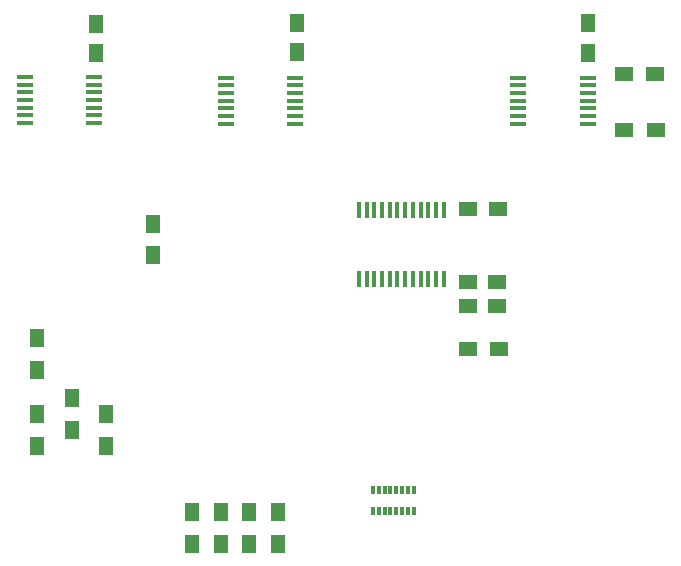
<source format=gtp>
G04 #@! TF.GenerationSoftware,KiCad,Pcbnew,(5.1.6)-1*
G04 #@! TF.CreationDate,2020-09-28T13:24:55+09:00*
G04 #@! TF.ProjectId,mt_rpiprtcap,6d745f72-7069-4707-9274-6361702e6b69,rev?*
G04 #@! TF.SameCoordinates,Original*
G04 #@! TF.FileFunction,Paste,Top*
G04 #@! TF.FilePolarity,Positive*
%FSLAX46Y46*%
G04 Gerber Fmt 4.6, Leading zero omitted, Abs format (unit mm)*
G04 Created by KiCad (PCBNEW (5.1.6)-1) date 2020-09-28 13:24:55*
%MOMM*%
%LPD*%
G01*
G04 APERTURE LIST*
%ADD10R,0.450000X1.475000*%
%ADD11R,1.500000X1.250000*%
%ADD12R,1.250000X1.500000*%
%ADD13R,1.475000X0.450000*%
%ADD14R,1.500000X1.300000*%
%ADD15R,1.300000X1.500000*%
%ADD16R,0.300000X0.800000*%
G04 APERTURE END LIST*
D10*
X215804000Y-80589900D03*
X215154000Y-80589900D03*
X214504000Y-80589900D03*
X213854000Y-80589900D03*
X213204000Y-80589900D03*
X212554000Y-80589900D03*
X211904000Y-80589900D03*
X211254000Y-80589900D03*
X210604000Y-80589900D03*
X209954000Y-80589900D03*
X209304000Y-80589900D03*
X208654000Y-80589900D03*
X208654000Y-86465900D03*
X209304000Y-86465900D03*
X209954000Y-86465900D03*
X210604000Y-86465900D03*
X211254000Y-86465900D03*
X211904000Y-86465900D03*
X212554000Y-86465900D03*
X213204000Y-86465900D03*
X213854000Y-86465900D03*
X214504000Y-86465900D03*
X215154000Y-86465900D03*
X215804000Y-86465900D03*
D11*
X220345000Y-86690200D03*
X217845000Y-86690200D03*
X217845000Y-88722200D03*
X220345000Y-88722200D03*
X217895000Y-80543400D03*
X220395000Y-80543400D03*
D12*
X203365000Y-64751900D03*
X203365000Y-67251900D03*
X228016000Y-67310000D03*
X228016000Y-64810000D03*
X186398000Y-64853500D03*
X186398000Y-67353500D03*
D13*
X197367000Y-69411300D03*
X197367000Y-70061300D03*
X197367000Y-70711300D03*
X197367000Y-71361300D03*
X197367000Y-72011300D03*
X197367000Y-72661300D03*
X197367000Y-73311300D03*
X203243000Y-73311300D03*
X203243000Y-72661300D03*
X203243000Y-72011300D03*
X203243000Y-71361300D03*
X203243000Y-70711300D03*
X203243000Y-70061300D03*
X203243000Y-69411300D03*
X228007000Y-69424000D03*
X228007000Y-70074000D03*
X228007000Y-70724000D03*
X228007000Y-71374000D03*
X228007000Y-72024000D03*
X228007000Y-72674000D03*
X228007000Y-73324000D03*
X222131000Y-73324000D03*
X222131000Y-72674000D03*
X222131000Y-72024000D03*
X222131000Y-71374000D03*
X222131000Y-70724000D03*
X222131000Y-70074000D03*
X222131000Y-69424000D03*
X180361000Y-69360500D03*
X180361000Y-70010500D03*
X180361000Y-70660500D03*
X180361000Y-71310500D03*
X180361000Y-71960500D03*
X180361000Y-72610500D03*
X180361000Y-73260500D03*
X186237000Y-73260500D03*
X186237000Y-72610500D03*
X186237000Y-71960500D03*
X186237000Y-71310500D03*
X186237000Y-70660500D03*
X186237000Y-70010500D03*
X186237000Y-69360500D03*
D14*
X231044000Y-69100700D03*
X233744000Y-69100700D03*
X233773000Y-73825100D03*
X231073000Y-73825100D03*
D15*
X201752000Y-106172000D03*
X201752000Y-108872000D03*
X199301000Y-108864000D03*
X199301000Y-106164000D03*
X196926000Y-106164000D03*
X196926000Y-108864000D03*
X194526000Y-108859000D03*
X194526000Y-106159000D03*
X191211000Y-84467700D03*
X191211000Y-81767700D03*
X184328000Y-96563200D03*
X184328000Y-99263200D03*
X181407000Y-97917000D03*
X181407000Y-100617000D03*
X187185000Y-100609400D03*
X187185000Y-97909400D03*
X181407000Y-94199700D03*
X181407000Y-91499700D03*
D14*
X220536000Y-92367100D03*
X217836000Y-92367100D03*
D16*
X213307000Y-104345000D03*
X213307000Y-106145000D03*
X209807000Y-104345000D03*
X209807000Y-106145000D03*
X212807000Y-104345000D03*
X212307000Y-104345000D03*
X211807000Y-104345000D03*
X211307000Y-104345000D03*
X210807000Y-104345000D03*
X210307000Y-104345000D03*
X212807000Y-106145000D03*
X212307000Y-106145000D03*
X211807000Y-106145000D03*
X210807000Y-106145000D03*
X211307000Y-106145000D03*
X210307000Y-106145000D03*
M02*

</source>
